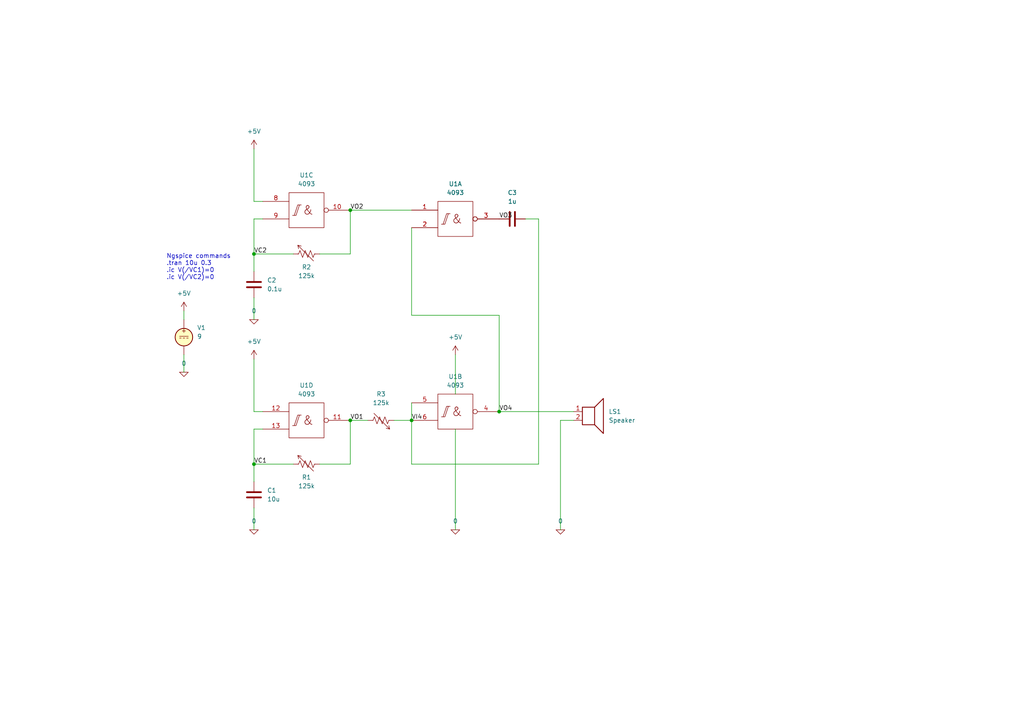
<source format=kicad_sch>
(kicad_sch (version 20211123) (generator eeschema)
  (paper "A4")
  (lib_symbols
    (symbol "4xxx_IEEE:4093" (pin_names (offset 0.762))
      (property "Reference" "U" (at 3.81 6.35 0))
      (property "Value" "4093" (at 5.08 -6.35 0))
      (symbol "4093_0_0"
        (rectangle (start -5.08 5.08) (end 5.08 -5.08))
        (polyline (pts (xy -4.064 -1.524) (xy -3.048 -1.524) (xy -2.032 1.524) (xy -1.524 1.524) (xy -2.54 1.524) (xy -3.556 -1.524) (xy -3.556 -1.524)))
        (text "&" (at 0.508 0 0) (effects (font (size 2.54 2.54))))
        (pin power_in line (at 0 5.08 270) (length 0) hide (name "Vdd") (number "14"))
        (pin power_in line (at 0 -5.08 90) (length 0) hide (name "Vss") (number "7"))
      )
      (symbol "4093_1_1"
        (pin input line (at -12.7 2.54 0) (length 7.62) (name "~") (number "1"))
        (pin input line (at -12.7 -2.54 0) (length 7.62) (name "~") (number "2"))
        (pin output inverted (at 12.7 0 180) (length 7.62) (name "~") (number "3"))
      )
      (symbol "4093_2_1"
        (pin output inverted (at 12.7 0 180) (length 7.62) (name "~") (number "4"))
        (pin input line (at -12.7 2.54 0) (length 7.62) (name "~") (number "5"))
        (pin input line (at -12.7 -2.54 0) (length 7.62) (name "~") (number "6"))
      )
      (symbol "4093_3_1"
        (pin output inverted (at 12.7 0 180) (length 7.62) (name "~") (number "10"))
        (pin input line (at -12.7 2.54 0) (length 7.62) (name "~") (number "8"))
        (pin input line (at -12.7 -2.54 0) (length 7.62) (name "~") (number "9"))
      )
      (symbol "4093_4_1"
        (pin output inverted (at 12.7 0 180) (length 7.62) (name "~") (number "11"))
        (pin input line (at -12.7 2.54 0) (length 7.62) (name "~") (number "12"))
        (pin input line (at -12.7 -2.54 0) (length 7.62) (name "~") (number "13"))
      )
    )
    (symbol "Device:C" (pin_numbers hide) (pin_names (offset 0.254))
      (property "Reference" "C" (at 0.635 2.54 0))
      (property "Value" "C" (at 0.635 -2.54 0))
      (symbol "C_0_1"
        (polyline (pts (xy -2.032 -0.762) (xy 2.032 -0.762)) (stroke (width 0.508)))
        (polyline (pts (xy -2.032 0.762) (xy 2.032 0.762)) (stroke (width 0.508)))
      )
      (symbol "C_1_1"
        (pin passive line (at 0 3.81 270) (length 2.794) (name "~") (number "1"))
        (pin passive line (at 0 -3.81 90) (length 2.794) (name "~") (number "2"))
      )
    )
    (symbol "Device:R_Variable_US" (pin_numbers hide) (pin_names (offset 0))
      (property "Reference" "R" (at 2.54 -2.54 90))
      (property "Value" "R_Variable_US" (at -2.54 -1.27 90))
      (symbol "R_Variable_US_0_1"
        (polyline (pts (xy 0 -2.286) (xy 0 -2.54)))
        (polyline (pts (xy 0 2.286) (xy 0 2.54)))
        (polyline (pts (xy 0 -0.762) (xy 1.016 -1.143) (xy 0 -1.524) (xy -1.016 -1.905) (xy 0 -2.286)))
        (polyline (pts (xy 0 0.762) (xy 1.016 0.381) (xy 0 0) (xy -1.016 -0.381) (xy 0 -0.762)))
        (polyline (pts (xy 0 2.286) (xy 1.016 1.905) (xy 0 1.524) (xy -1.016 1.143) (xy 0 0.762)) (stroke (width 0.1524)))
        (polyline (pts (xy 2.286 1.524) (xy 2.54 2.54) (xy 1.524 2.286) (xy 2.54 2.54) (xy -2.032 -2.032)) (stroke (width 0.1524)))
      )
      (symbol "R_Variable_US_1_1"
        (pin passive line (at 0 3.81 270) (length 1.27) (name "~") (number "1"))
        (pin passive line (at 0 -3.81 90) (length 1.27) (name "~") (number "2"))
      )
    )
    (symbol "Device:Speaker" (pin_names (offset 0) hide)
      (property "Reference" "LS" (at 1.27 5.715 0))
      (property "Value" "Speaker" (at 1.27 3.81 0))
      (symbol "Speaker_0_0"
        (rectangle (start -2.54 1.27) (end 1.016 -3.81) (stroke (width 0.254)))
        (polyline (pts (xy 1.016 1.27) (xy 3.556 3.81) (xy 3.556 -6.35) (xy 1.016 -3.81)) (stroke (width 0.254)))
      )
      (symbol "Speaker_1_1"
        (pin input line (at -5.08 0 0) (length 2.54) (name "1") (number "1"))
        (pin input line (at -5.08 -2.54 0) (length 2.54) (name "2") (number "2"))
      )
    )
    (symbol "Simulation_SPICE:VDC" (pin_numbers hide) (pin_names (offset 0.0254))
      (property "Reference" "V" (at 2.54 2.54 0))
      (property "Value" "VDC" (at 2.54 0 0))
      (property "Spice_Model" "dc(1)" (at 2.54 -2.54 0))
      (symbol "VDC_0_0"
        (polyline (pts (xy -1.27 0.254) (xy 1.27 0.254)))
        (polyline (pts (xy -0.762 -0.254) (xy -1.27 -0.254)))
        (polyline (pts (xy 0.254 -0.254) (xy -0.254 -0.254)))
        (polyline (pts (xy 1.27 -0.254) (xy 0.762 -0.254)))
        (text "+" (at 0 1.905 0) (effects (font (size 1.27 1.27))))
      )
      (symbol "VDC_0_1"
        (circle (center 0 0) (radius 2.54) (stroke (width 0.254)) (fill (type background)))
      )
      (symbol "VDC_1_1"
        (pin passive line (at 0 5.08 270) (length 2.54) (name "~") (number "1"))
        (pin passive line (at 0 -5.08 90) (length 2.54) (name "~") (number "2"))
      )
    )
    (symbol "power:+5V" (power) (pin_names (offset 0))
      (property "Value" "+5V" (at 0 3.556 0))
      (symbol "+5V_0_1"
        (polyline (pts (xy -0.762 1.27) (xy 0 2.54)))
        (polyline (pts (xy 0 0) (xy 0 2.54)))
        (polyline (pts (xy 0 2.54) (xy 0.762 1.27)))
      )
      (symbol "+5V_1_1"
        (pin power_in line (at 0 0 90) (length 0) hide (name "+5V") (number "1"))
      )
    )
    (symbol "pspice:0" (power) (pin_names (offset 0))
      (property "Value" "0" (at 0 -1.778 0))
      (symbol "0_0_1"
        (polyline (pts (xy -1.27 0) (xy 0 -1.27) (xy 1.27 0) (xy -1.27 0)))
      )
      (symbol "0_1_1"
        (pin power_in line (at 0 0 0) (length 0) hide (name "0") (number "1"))
      )
    )
  )
  (junction (at 101.6 121.92))
  (junction (at 144.78 119.38))
  (junction (at 101.6 60.96))
  (junction (at 73.66 134.62))
  (junction (at 73.66 73.66))
  (junction (at 119.38 121.92))
  (wire (pts (xy 144.78 91.44) (xy 119.38 91.44)))
  (wire (pts (xy 92.71 134.62) (xy 101.6 134.62)))
  (wire (pts (xy 119.38 116.84) (xy 119.38 121.92)))
  (wire (pts (xy 73.66 134.62) (xy 85.09 134.62)))
  (wire (pts (xy 132.08 102.87) (xy 132.08 114.3)))
  (wire (pts (xy 73.66 58.42) (xy 76.2 58.42)))
  (wire (pts (xy 132.08 124.46) (xy 132.08 153.67)))
  (wire (pts (xy 73.66 63.5) (xy 76.2 63.5)))
  (wire (pts (xy 144.78 119.38) (xy 166.37 119.38)))
  (wire (pts (xy 156.21 63.5) (xy 152.4 63.5)))
  (wire (pts (xy 144.78 119.38) (xy 144.78 91.44)))
  (wire (pts (xy 101.6 121.92) (xy 106.68 121.92)))
  (wire (pts (xy 73.66 73.66) (xy 73.66 63.5)))
  (wire (pts (xy 156.21 63.5) (xy 156.21 134.62)))
  (wire (pts (xy 119.38 134.62) (xy 119.38 121.92)))
  (wire (pts (xy 101.6 60.96) (xy 119.38 60.96)))
  (wire (pts (xy 119.38 91.44) (xy 119.38 66.04)))
  (wire (pts (xy 73.66 78.74) (xy 73.66 73.66)))
  (wire (pts (xy 92.71 73.66) (xy 101.6 73.66)))
  (wire (pts (xy 73.66 147.32) (xy 73.66 153.67)))
  (wire (pts (xy 156.21 134.62) (xy 119.38 134.62)))
  (wire (pts (xy 166.37 121.92) (xy 162.56 121.92)))
  (wire (pts (xy 162.56 121.92) (xy 162.56 153.67)))
  (wire (pts (xy 73.66 43.18) (xy 73.66 58.42)))
  (wire (pts (xy 73.66 104.14) (xy 73.66 119.38)))
  (wire (pts (xy 73.66 119.38) (xy 76.2 119.38)))
  (wire (pts (xy 73.66 134.62) (xy 73.66 124.46)))
  (wire (pts (xy 73.66 139.7) (xy 73.66 134.62)))
  (wire (pts (xy 73.66 124.46) (xy 76.2 124.46)))
  (wire (pts (xy 73.66 86.36) (xy 73.66 92.71)))
  (wire (pts (xy 53.34 90.17) (xy 53.34 92.71)))
  (wire (pts (xy 53.34 102.87) (xy 53.34 107.95)))
  (wire (pts (xy 101.6 134.62) (xy 101.6 121.92)))
  (wire (pts (xy 101.6 73.66) (xy 101.6 60.96)))
  (wire (pts (xy 114.3 121.92) (xy 119.38 121.92)))
  (wire (pts (xy 73.66 73.66) (xy 85.09 73.66)))
  (text "Ngspice commands\n.tran 10u 0.3\n.ic V(/VC1)=0\n.ic V(/VC2)=0" (at 48.26 81.28 0) (effects (font (size 1.27 1.27)) (justify left bottom)))
  (label "VO4" (at 144.78 119.38 0))
  (label "VO1" (at 101.6 121.92 0))
  (label "VI4" (at 119.38 121.92 0))
  (label "VC2" (at 73.66 73.66 0))
  (label "VO2" (at 101.6 60.96 0))
  (label "VC1" (at 73.66 134.62 0))
  (label "VO3" (at 144.78 63.5 0))
  (symbol (lib_id "Device:C") (at 73.66 143.51 0) (unit 1)
    (property "Reference" "C1" (at 77.47 142.2399 0) (effects (justify left)))
    (property "Value" "10u" (at 77.47 144.7799 0) (effects (justify left)))
  )
  (symbol (lib_id "Device:R_Variable_US") (at 88.9 73.66 90) (unit 1)
    (property "Reference" "R2" (at 88.9 77.47 90))
    (property "Value" "125k" (at 88.9 80.01 90))
  )
  (symbol (lib_id "4xxx_IEEE:4093") (at 132.08 119.38 0) (unit 2)
    (property "Reference" "U1" (at 132.08 109.22 0))
    (property "Value" "4093" (at 132.08 111.76 0))
    (property "Spice_Primitive" "X" (effects hide))
    (property "Spice_Model" "CD4093Bc" (effects hide))
    (property "Spice_Netlist_Enabled" "Y" (effects hide))
    (property "Spice_Lib_File" "CD4093B.lib" (effects hide))
    (property "Spice_Node_Sequence" "1,2,3,4,5,6,7,8,9,10,11,12,13,14" (effects hide))
  )
  (symbol (lib_id "power:+5V") (at 73.66 104.14 0) (unit 1)
    (property "Reference" "#PWR03" (effects hide))
    (property "Value" "+5V" (at 73.66 99.06 0))
  )
  (symbol (lib_id "pspice:0") (at 73.66 92.71 0) (unit 1)
    (property "Reference" "#GND02" (effects hide))
    (property "Value" "0" (at 73.66 90.17 0))
  )
  (symbol (lib_id "4xxx_IEEE:4093") (at 132.08 63.5 0) (unit 1)
    (property "Reference" "U1" (at 132.08 53.34 0))
    (property "Value" "4093" (at 132.08 55.88 0))
    (property "Spice_Primitive" "X" (effects hide))
    (property "Spice_Model" "CD4093Bc" (effects hide))
    (property "Spice_Netlist_Enabled" "Y" (effects hide))
    (property "Spice_Lib_File" "CD4093B.lib" (effects hide))
    (property "Spice_Node_Sequence" "1,2,3,4,5,6,7,8,9,10,11,12,13,14" (effects hide))
  )
  (symbol (lib_id "Device:C") (at 73.66 82.55 0) (unit 1)
    (property "Reference" "C2" (at 77.47 81.2799 0) (effects (justify left)))
    (property "Value" "0.1u" (at 77.47 83.8199 0) (effects (justify left)))
  )
  (symbol (lib_id "Device:R_Variable_US") (at 88.9 134.62 90) (unit 1)
    (property "Reference" "R1" (at 88.9 138.43 90))
    (property "Value" "125k" (at 88.9 140.97 90))
  )
  (symbol (lib_id "Device:R_Variable_US") (at 110.49 121.92 270) (unit 1)
    (property "Reference" "R3" (at 110.5281 114.3 90))
    (property "Value" "125k" (at 110.5281 116.84 90))
  )
  (symbol (lib_id "power:+5V") (at 73.66 43.18 0) (unit 1)
    (property "Reference" "#PWR02" (effects hide))
    (property "Value" "+5V" (at 73.66 38.1 0))
  )
  (symbol (lib_id "Device:Speaker") (at 171.45 119.38 0) (unit 1)
    (property "Reference" "LS1" (at 176.53 119.3799 0) (effects (justify left)))
    (property "Value" "Speaker" (at 176.53 121.9199 0) (effects (justify left)))
    (property "Spice_Primitive" "R" (effects hide))
    (property "Spice_Model" "1meg" (effects hide))
    (property "Spice_Netlist_Enabled" "Y" (effects hide))
  )
  (symbol (lib_id "power:+5V") (at 132.08 102.87 0) (unit 1)
    (property "Reference" "#PWR01" (effects hide))
    (property "Value" "+5V" (at 132.08 97.79 0))
  )
  (symbol (lib_id "pspice:0") (at 162.56 153.67 0) (unit 1)
    (property "Reference" "#GND04" (effects hide))
    (property "Value" "0" (at 162.56 151.13 0))
  )
  (symbol (lib_id "Device:C") (at 148.59 63.5 90) (unit 1)
    (property "Reference" "C3" (at 148.59 55.88 90))
    (property "Value" "1u" (at 148.59 58.42 90))
  )
  (symbol (lib_id "pspice:0") (at 53.34 107.95 0) (unit 1)
    (property "Reference" "#GND0101" (effects hide))
    (property "Value" "0" (at 53.34 105.41 0))
  )
  (symbol (lib_id "4xxx_IEEE:4093") (at 88.9 60.96 0) (unit 3)
    (property "Reference" "U1" (at 88.9 50.8 0))
    (property "Value" "4093" (at 88.9 53.34 0))
    (property "Spice_Primitive" "X" (effects hide))
    (property "Spice_Model" "CD4093Bc" (effects hide))
    (property "Spice_Netlist_Enabled" "Y" (effects hide))
    (property "Spice_Lib_File" "CD4093B.lib" (effects hide))
    (property "Spice_Node_Sequence" "1,2,3,4,5,6,7,8,9,10,11,12,13,14" (effects hide))
  )
  (symbol (lib_id "Simulation_SPICE:VDC") (at 53.34 97.79 0) (unit 1)
    (property "Reference" "V1" (at 57.15 95.0601 0) (effects (justify left)))
    (property "Value" "VDC" (at 57.15 97.6001 0) (effects (justify left)))
    (property "Spice_Netlist_Enabled" "Y" (effects hide))
    (property "Spice_Primitive" "V" (effects hide))
    (property "Spice_Model" "dc 9" (at 57.15 100.1401 0) (effects (justify left)))
  )
  (symbol (lib_id "4xxx_IEEE:4093") (at 88.9 121.92 0) (unit 4)
    (property "Reference" "U1" (at 88.9 111.76 0))
    (property "Value" "4093" (at 88.9 114.3 0))
    (property "Spice_Primitive" "X" (effects hide))
    (property "Spice_Model" "CD4093Bc" (effects hide))
    (property "Spice_Netlist_Enabled" "Y" (effects hide))
    (property "Spice_Lib_File" "CD4093B.lib" (effects hide))
    (property "Spice_Node_Sequence" "1,2,3,4,5,6,7,8,9,10,11,12,13,14" (effects hide))
  )
  (symbol (lib_id "power:+5V") (at 53.34 90.17 0) (unit 1)
    (property "Reference" "#PWR0101" (effects hide))
    (property "Value" "+5V" (at 53.34 85.09 0))
  )
  (symbol (lib_id "pspice:0") (at 132.08 153.67 0) (unit 1)
    (property "Reference" "#GND01" (effects hide))
    (property "Value" "0" (at 132.08 151.13 0))
  )
  (symbol (lib_id "pspice:0") (at 73.66 153.67 0) (unit 1)
    (property "Reference" "#GND03" (effects hide))
    (property "Value" "0" (at 73.66 151.13 0))
  )
)
</source>
